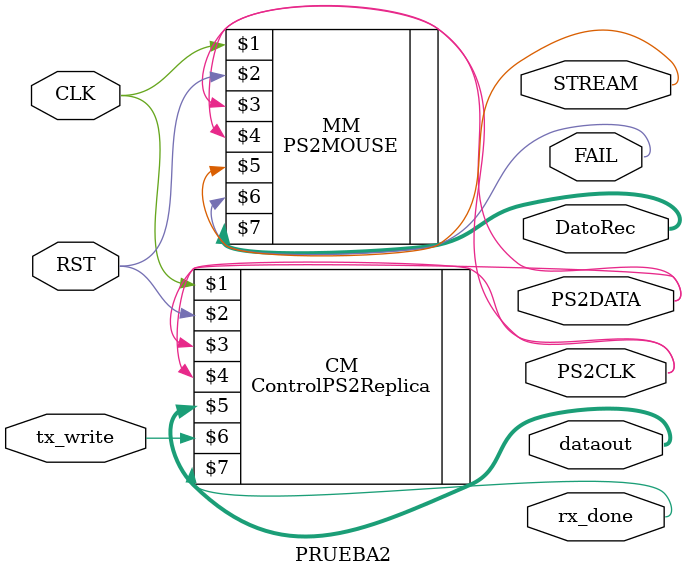
<source format=v>
`timescale 1ns / 1ps

//////////////////////////////////////////////////////////////////////////////////
module PRUEBA2(CLK,RST,PS2CLK,PS2DATA,STREAM,FAIL,DatoRec, dataout,tx_write, rx_done);
	input CLK,RST,tx_write;
	output wire PS2CLK,PS2DATA, rx_done;
	output wire STREAM,FAIL;
	output wire [7:0] DatoRec;
	output wire [7:0] dataout;


	
	
	
//Controlador //Aquí va el controlador de ustedes
 ControlPS2Replica CM(CLK, RST, PS2DATA,PS2CLK, dataout, tx_write, rx_done);
//Modulo Mouse
PS2MOUSE MM(CLK,RST,PS2CLK,PS2DATA,STREAM,FAIL,DatoRec); //este modulo simula la arquitectura interna del mouse
	
endmodule

</source>
